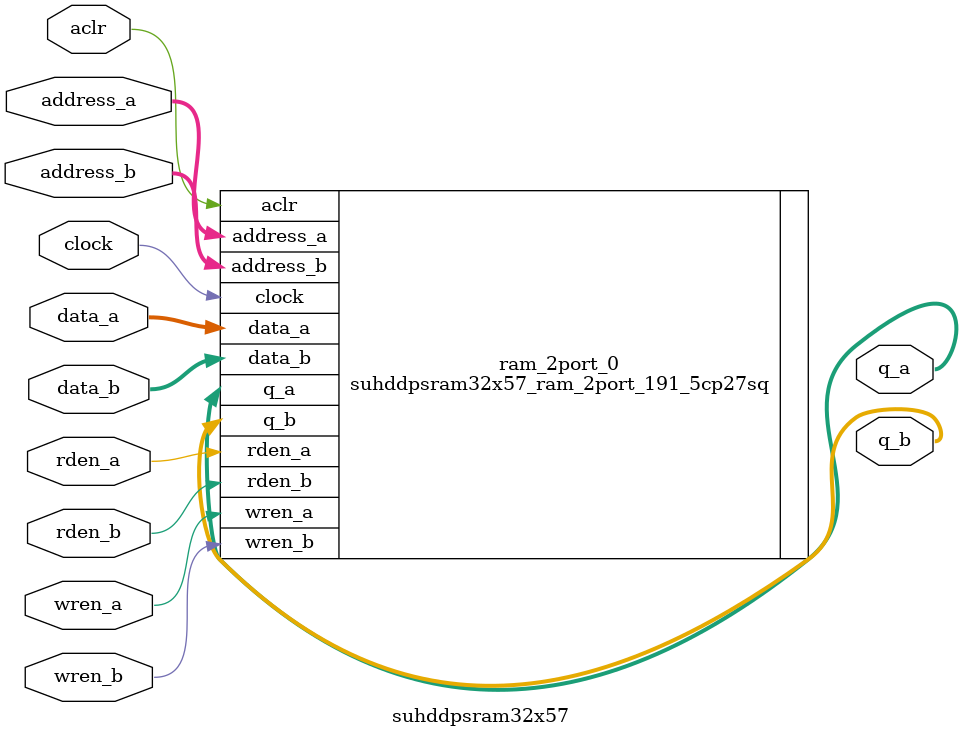
<source format=v>

`timescale 1 ps / 1 ps
module suhddpsram32x57 (
		input  wire [56:0] data_a,    //  ram_input.datain_a
		input  wire [56:0] data_b,    //           .datain_b
		input  wire [4:0]  address_a, //           .address_a
		input  wire [4:0]  address_b, //           .address_b
		input  wire        wren_a,    //           .wren_a
		input  wire        wren_b,    //           .wren_b
		input  wire        clock,     //           .clock
		input  wire        rden_a,    //           .rden_a
		input  wire        rden_b,    //           .rden_b
		input  wire        aclr,      //           .aclr
		output wire [56:0] q_a,       // ram_output.dataout_a
		output wire [56:0] q_b        //           .dataout_b
	);

	suhddpsram32x57_ram_2port_191_5cp27sq ram_2port_0 (
		.data_a    (data_a),    //  ram_input.datain_a
		.data_b    (data_b),    //           .datain_b
		.address_a (address_a), //           .address_a
		.address_b (address_b), //           .address_b
		.wren_a    (wren_a),    //           .wren_a
		.wren_b    (wren_b),    //           .wren_b
		.clock     (clock),     //           .clock
		.rden_a    (rden_a),    //           .rden_a
		.rden_b    (rden_b),    //           .rden_b
		.aclr      (aclr),      //           .aclr
		.q_a       (q_a),       // ram_output.dataout_a
		.q_b       (q_b)        //           .dataout_b
	);

endmodule

</source>
